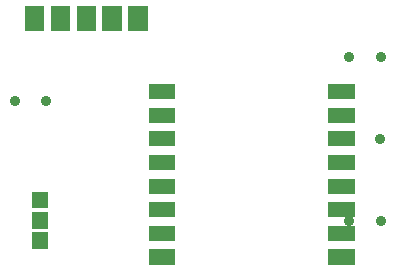
<source format=gbr>
G04 start of page 8 for group -4062 idx -4062 *
G04 Title: (unknown), soldermask *
G04 Creator: pcb 20140316 *
G04 CreationDate: Tue Dec  8 09:12:03 2015 UTC *
G04 For: clemi *
G04 Format: Gerber/RS-274X *
G04 PCB-Dimensions (mil): 1338.58 984.25 *
G04 PCB-Coordinate-Origin: lower left *
%MOIN*%
%FSLAX25Y25*%
%LNBOTTOMMASK*%
%ADD58R,0.0502X0.0502*%
%ADD57R,0.0660X0.0660*%
%ADD56C,0.0001*%
%ADD55C,0.0345*%
G54D55*X117559Y74803D03*
X128189D03*
X6181Y59961D03*
X117520Y47244D03*
X128150D03*
X117559Y20000D03*
X128189D03*
X16811Y59961D03*
G54D56*G36*
X11858Y29678D02*Y24259D01*
X17276D01*
Y29678D01*
X11858D01*
G37*
G36*
Y22985D02*Y17567D01*
X17276D01*
Y22985D01*
X11858D01*
G37*
G36*
Y16292D02*Y10874D01*
X17276D01*
Y16292D01*
X11858D01*
G37*
G54D57*X12795Y88386D02*Y86811D01*
X21457Y88386D02*Y86811D01*
X47441Y88386D02*Y86811D01*
X38780Y88386D02*Y86811D01*
X30118Y88386D02*Y86811D01*
G54D58*X113189Y63189D02*X117126D01*
X113189Y55315D02*X117126D01*
X113189Y47441D02*X117126D01*
X113189Y39567D02*X117126D01*
X113189Y31693D02*X117126D01*
X113189Y23819D02*X117126D01*
X53346Y8071D02*X57283D01*
X53346Y15945D02*X57283D01*
X53346Y23819D02*X57283D01*
X53346Y31693D02*X57283D01*
X53346Y39567D02*X57283D01*
X53346Y47441D02*X57283D01*
X53346Y55315D02*X57283D01*
X53346Y63189D02*X57283D01*
X113189Y15945D02*X117126D01*
X113189Y8071D02*X117126D01*
M02*

</source>
